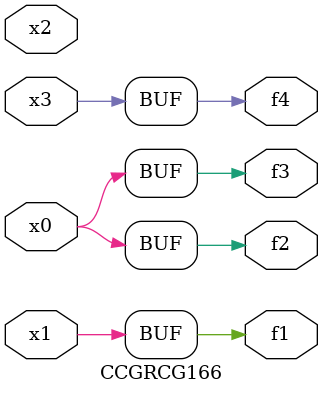
<source format=v>
module CCGRCG166(
	input x0, x1, x2, x3,
	output f1, f2, f3, f4
);
	assign f1 = x1;
	assign f2 = x0;
	assign f3 = x0;
	assign f4 = x3;
endmodule

</source>
